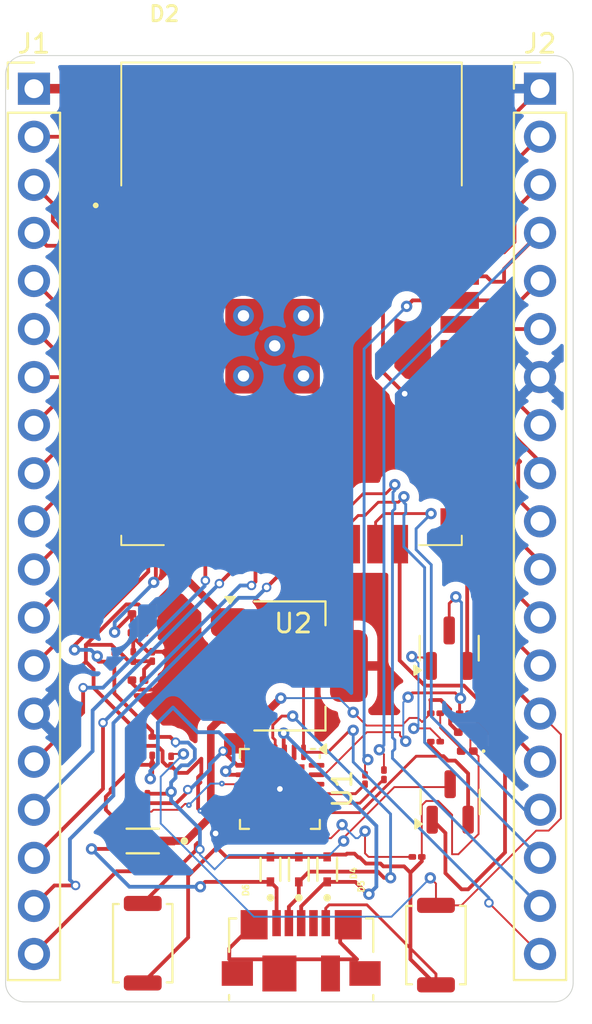
<source format=kicad_pcb>
(kicad_pcb (version 20241229) (generator "pcbnew") (generator_version "9.0")
  (layers (0 "F.Cu" signal) (2 "B.Cu" signal) (13 "F.Paste" user) (15 "B.Paste" user) (5 "F.SilkS" user "F.Silkscreen") (7 "B.SilkS" user "B.Silkscreen") (1 "F.Mask" user) (3 "B.Mask" user) (25 "Edge.Cuts" user))
  (net 0 "")
  (net 1 "/IO0")
  (net 2 "/IO34")
  (net 3 "/SENSOR_VN")
  (net 4 "/IO13")
  (net 5 "/IO15")
  (net 6 "GND")
  (net 7 "/IO19")
  (net 8 "/SD3")
  (net 9 "/IO17")
  (net 10 "/CLK")
  (net 11 "/IO18")
  (net 12 "/IO14")
  (net 13 "/IO26")
  (net 14 "/CMD")
  (net 15 "/SENSOR_VP")
  (net 16 "/IO22")
  (net 17 "/IO4")
  (net 18 "/IO35")
  (net 19 "/RXD0")
  (net 20 "/SD1")
  (net 21 "/TXD0")
  (net 22 "/IO5")
  (net 23 "/EN")
  (net 24 "/IO23")
  (net 25 "/IO27")
  (net 26 "/IO32")
  (net 27 "/SD2")
  (net 28 "/IO2")
  (net 29 "/IO12")
  (net 30 "/IO25")
  (net 31 "/IO16")
  (net 33 "/IO33")
  (net 34 "/IO21")
  (net 35 "/SDO")
  (net 36 "/VBUS")
  (net 37 "/USB_DP")
  (net 38 "/USB_DN")
  (net 39 "/RTS")
  (net 40 "Net-(Q1-B)")
  (net 41 "/DTR")
  (net 42 "Net-(Q2-B)")
  (net 45 "/RXD")
  (net 46 "/DCD")
  (net 49 "/CTS")
  (net 50 "/DSR")
  (net 51 "/TXD")
  (net 53 "Net-(U1-~{RST})")
  (net 57 "Net-(U1-~{SUSPEND})")
  (net 58 "/EXT_5V")
  (net 59 "/VDD33")
  (net 60 "Net-(D1-A)")
  (footprint "Capacitor_SMD:C_01005_0402Metric" (layer "F.Cu") (at 35 64.9625 90)
    (property "Reference" "C9" (hide yes))
    (property "Value" "0.1uF" (hide yes))
  )
  (footprint "Resistor_SMD:R_01005_0402Metric" (layer "F.Cu") (at 49.25 71.1875 -90)
    (property "Reference" "R17" (hide yes))
    (property "Value" "0R(5%)" (hide yes))
  )
  (footprint "Resistor_SMD:R_01005_0402Metric" (layer "F.Cu") (at 51.975 69.4375)
    (property "Reference" "R22" (hide yes))
    (property "Value" "10K(5%)" (hide yes))
  )
  (footprint "Capacitor_SMD:C_01005_0402Metric" (layer "F.Cu") (at 36 64.9375 -90)
    (property "Reference" "C4" (hide yes))
    (property "Value" "0.1uF" (hide yes))
  )
  (footprint "LESD5D5.0CT1G:TVS_LESD5D5.0CT1G" (layer "F.Cu") (at 46.25 76.1875 90)
    (property "Reference" "D4")
    (property "Value" "LESD5D5.0CT1G" (hide yes))
  )
  (footprint "Package_TO_SOT_SMD:SOT-23" (layer "F.Cu") (at 52.75 72.625 90)
    (property "Reference" "Q1" (hide yes))
    (property "Value" "SS8050" (hide yes))
  )
  (footprint "Resistor_SMD:R_01005_0402Metric" (layer "F.Cu") (at 36.1 70.4125 -90)
    (property "Reference" "R26" (hide yes))
    (property "Value" "47.5K(1%)" (hide yes))
  )
  (footprint "Resistor_SMD:R_01005_0402Metric" (layer "F.Cu") (at 53.5 67.9375)
    (property "Reference" "R21" (hide yes))
    (property "Value" "10K(5%)" (hide yes))
  )
  (footprint "Resistor_SMD:R_01005_0402Metric" (layer "F.Cu") (at 36.75 72.4375 90)
    (property "Reference" "R11" (hide yes))
    (property "Value" "10K" (hide yes))
  )
  (footprint "Resistor_SMD:R_01005_0402Metric" (layer "F.Cu") (at 51 75.5275)
    (property "Reference" "R23" (hide yes))
    (property "Value" "10K(5%)" (hide yes))
  )
  (footprint "Button_Switch_SMD:SW_Push_SPST_NO_Alps_SKRK" (layer "F.Cu") (at 36.5 80.0875 90)
    (property "Reference" "SW2" (hide yes))
    (property "Value" "SW_Push" (hide yes))
  )
  (footprint "Connector_PinHeader_2.54mm:PinHeader_1x19_P2.54mm_Vertical" (layer "F.Cu") (at 57.5 34.935)
    (property "Reference" "J2")
    (property "Value" "~")
  )
  (footprint "Package_DFN_QFN:QFN-24-1EP_4x4mm_P0.5mm_EP2.6x2.6mm" (layer "F.Cu") (at 43.75 71.9375 -90)
    (property "Reference" "U1")
    (property "Value" "CP2102N-Axx-xQFN24" (hide yes))
  )
  (footprint "Capacitor_SMD:C_01005_0402Metric" (layer "F.Cu") (at 37 64.9375 -90)
    (property "Reference" "C19" (hide yes))
    (property "Value" "0.1uF" (hide yes))
  )
  (footprint "Capacitor_SMD:C_0201_0603Metric" (layer "F.Cu") (at 36.25 62.6875)
    (property "Reference" "C21" (hide yes))
    (property "Value" "22uF" (hide yes))
  )
  (footprint "Resistor_SMD:R_01005_0402Metric" (layer "F.Cu") (at 37 70.4125 -90)
    (property "Reference" "R25" (hide yes))
    (property "Value" "22K(1%)" (hide yes))
  )
  (footprint "ESP-WROOM-32D:ESPWROOM32D" (layer "F.Cu") (at 44.365 46.3025)
    (property "Reference" "D2")
    (property "Value" "ESP-WROOM-32D" (hide yes))
  )
  (footprint "Button_Switch_SMD:SW_Push_SPST_NO_Alps_SKRK" (layer "F.Cu") (at 52 80.1875 90)
    (property "Reference" "SW1" (hide yes))
    (property "Value" "SW_Push" (hide yes))
  )
  (footprint "Resistor_SMD:R_01005_0402Metric" (layer "F.Cu") (at 48.25 71.4375 -90)
    (property "Reference" "R18" (hide yes))
    (property "Value" "0R(5%)" (hide yes))
  )
  (footprint "Capacitor_SMD:C_0201_0603Metric" (layer "F.Cu") (at 36.25 66.1875)
    (property "Reference" "C20" (hide yes))
    (property "Value" "10uF" (hide yes))
  )
  (footprint "Connector_USB:USB_Micro-B_Molex_47346-0001" (layer "F.Cu") (at 44.875 80.4875)
    (property "Reference" "J3" (hide yes))
    (property "Value" "2013499-1" (hide yes))
  )
  (footprint "Capacitor_SMD:C_0201_0603Metric" (layer "F.Cu") (at 53.5 68.9375)
    (property "Reference" "C1" (hide yes))
    (property "Value" "20uf" (hide yes))
  )
  (footprint "LESD5D5.0CT1G:TVS_LESD5D5.0CT1G" (layer "F.Cu") (at 43.25 76.1875 90)
    (property "Reference" "D6")
    (property "Value" "LESD5D5.0CT1G" (hide yes))
  )
  (footprint "Package_TO_SOT_SMD:SOT-223-3_TabPin2" (layer "F.Cu") (at 44.25 65.4375)
    (property "Reference" "U2")
    (property "Value" "AMS1117-3.3" (hide yes))
  )
  (footprint "Diode_SMD:D_0201_0603Metric" (layer "F.Cu") (at 53.655 69.9375 180)
    (property "Reference" "D1" (hide yes))
    (property "Value" "RED" (hide yes))
  )
  (footprint "Capacitor_SMD:C_0201_0603Metric" (layer "F.Cu") (at 36.25 63.6875)
    (property "Reference" "C" (hide yes))
    (property "Value" "22uF" (hide yes))
  )
  (footprint "Capacitor_SMD:C_01005_0402Metric" (layer "F.Cu") (at 38 70.4625 90)
    (property "Reference" "C15" (hide yes))
    (property "Value" "0.1uF" (hide yes))
  )
  (footprint "Resistor_SMD:R_01005_0402Metric" (layer "F.Cu") (at 51.975 67.9375)
    (property "Reference" "R1" (hide yes))
    (property "Value" "2K(5%)" (hide yes))
  )
  (footprint "Connector_PinHeader_2.54mm:PinHeader_1x19_P2.54mm_Vertical" (layer "F.Cu") (at 30.75 34.9375)
    (property "Reference" "J1")
    (property "Value" "~")
  )
  (footprint "Resistor_SMD:R_01005_0402Metric" (layer "F.Cu") (at 36.025 72.4375 90)
    (property "Reference" "R24" (hide yes))
    (property "Value" "2K(5%)" (hide yes))
  )
  (footprint "BAT760-7:SOD2513X120N" (layer "F.Cu") (at 36.5 74.6875 180)
    (property "Reference" "D3" (hide yes))
    (property "Value" "BAT760-7" (hide yes))
  )
  (footprint "Capacitor_SMD:C_01005_0402Metric" (layer "F.Cu") (at 36.75 69.1875)
    (property "Reference" "C14" (hide yes))
    (property "Value" "0.1uF" (hide yes))
  )
  (footprint "Package_TO_SOT_SMD:SOT-23" (layer "F.Cu") (at 52.7 64.5 90)
    (property "Reference" "Q2" (hide yes))
    (property "Value" "SS8050" (hide yes))
  )
  (footprint "LESD5D5.0CT1G:TVS_LESD5D5.0CT1G" (layer "F.Cu") (at 44.75 76.1875 90)
    (property "Reference" "D5")
    (property "Value" "LESD5D5.0CT1G" (hide yes))
  )
  (gr_line (start 58.25 33.1875) (end 30.25 33.1875) (stroke (width 0.05)) (layer "Edge.Cuts"))
  (gr_arc (start 30.25 83.1875) (mid 29.542893 82.894607) (end 29.25 82.1875) (stroke (width 0.05)) (layer "Edge.Cuts"))
  (gr_line (start 59.25 82.1875) (end 59.25 34.1875) (stroke (width 0.05)) (layer "Edge.Cuts"))
  (gr_arc (start 58.25 33.1875) (mid 58.957107 33.480393) (end 59.25 34.1875) (stroke (width 0.05)) (layer "Edge.Cuts"))
  (gr_line (start 30.25 83.1875) (end 58.25 83.1875) (stroke (width 0.05)) (layer "Edge.Cuts"))
  (gr_arc (start 59.25 82.1875) (mid 58.957107 82.894607) (end 58.25 83.1875) (stroke (width 0.05)) (layer "Edge.Cuts"))
  (gr_line (start 29.25 34.1875) (end 29.25 82.1875) (stroke (width 0.05)) (layer "Edge.Cuts"))
  (gr_arc (start 29.25 34.1875) (mid 29.542893 33.480393) (end 30.25 33.1875) (stroke (width 0.05)) (layer "Edge.Cuts"))
  (segment (start 46.9375 79.5375) (end 46.9375 80.05) (width 0.2) (layer "F.Cu") (net 0))
  (segment (start 42.3875 79.05) (end 42.3875 78.7875) (width 0.2) (layer "F.Cu") (net 0))
  (segment (start 47.3625 79.1125) (end 46.9375 79.5375) (width 0.2) (layer "F.Cu") (net 0))
  (segment (start 47.825 80.9375) (end 41.075 80.9375) (width 0.2) (layer "F.Cu") (net 0))
  (segment (start 41.075 80.3625) (end 42.3875 79.05) (width 0.2) (layer "F.Cu") (net 0))
  (segment (start 46.9375 80.05) (end 47.825 80.9375) (width 0.2) (layer "F.Cu") (net 0))
  (segment (start 41.075 80.9375) (end 41.075 80.3625) (width 0.2) (layer "F.Cu") (net 0))
  (segment (start 57.95605 74.1385) (end 58.601 73.49355) (width 0.1) (layer "F.Cu") (net 1))
  (segment (start 57.5 67.9575) (end 54.98 65.4375) (width 0.2) (layer "F.Cu") (net 1))
  (segment (start 51.7 76.6375) (end 52 76.9375) (width 0.1) (layer "F.Cu") (net 1))
  (segment (start 38.125 70.0875) (end 38 70.2125) (width 0.1) (layer "F.Cu") (net 1))
  (segment (start 58.601 73.49355) (end 58.601 69.0585) (width 0.1) (layer "F.Cu") (net 1))
  (segment (start 53.65 57.9475) (end 53.255 57.5525) (width 0.2) (layer "F.Cu") (net 1))
  (segment (start 52 78.0875) (end 53.35 78.0875) (width 0.1) (layer "F.Cu") (net 1))
  (segment (start 57.299 74.1385) (end 57.95605 74.1385) (width 0.1) (layer "F.Cu") (net 1))
  (segment (start 53.35 78.0875) (end 57.299 74.1385) (width 0.1) (layer "F.Cu") (net 1))
  (segment (start 58.601 69.0585) (end 57.5 67.9575) (width 0.1) (layer "F.Cu") (net 1))
  (segment (start 53.65 65.4375) (end 53.65 57.9475) (width 0.2) (layer "F.Cu") (net 1))
  (segment (start 54.98 65.4375) (end 53.65 65.4375) (width 0.2) (layer "F.Cu") (net 1))
  (segment (start 38.651472 70.0875) (end 38.125 70.0875) (width 0.1) (layer "F.Cu") (net 1))
  (segment (start 52 76.9375) (end 52 78.0875) (width 0.1) (layer "F.Cu") (net 1))
  (via (at 51.7 76.6375) (size 0.6) (drill 0.3) (layers "F.Cu" "B.Cu") (net 1))
  (via (at 38.651472 70.0875) (size 0.6) (drill 0.3) (layers "F.Cu" "B.Cu") (net 1))
  (segment (start 37.449 71.289972) (end 38.651472 70.0875) (width 0.1) (layer "B.Cu") (net 1))
  (segment (start 51.7 76.6375) (end 49.65 78.6875) (width 0.1) (layer "B.Cu") (net 1))
  (segment (start 49.65 78.6875) (end 42.374322 78.6875) (width 0.1) (layer "B.Cu") (net 1))
  (segment (start 42.374322 78.6875) (end 37.449 73.762178) (width 0.1) (layer "B.Cu") (net 1))
  (segment (start 37.449 73.762178) (end 37.449 71.289972) (width 0.1) (layer "B.Cu") (net 1))
  (segment (start 30.75 45.0975) (end 33.045 47.3925) (width 0.2) (layer "F.Cu") (net 2))
  (segment (start 33.045 47.3925) (end 35.475 47.3925) (width 0.2) (layer "F.Cu") (net 2))
  (segment (start 34.1252 45.9887) (end 34.259 46.1225) (width 0.2) (layer "F.Cu") (net 3))
  (segment (start 32.5004 43.2375) (end 34.1252 44.8623) (width 0.2) (layer "F.Cu") (net 3))
  (segment (start 34.259 46.1225) (end 35.475 46.1225) (width 0.2) (layer "F.Cu") (net 3))
  (segment (start 31.43 43.2375) (end 32.5004 43.2375) (width 0.2) (layer "F.Cu") (net 3))
  (segment (start 30.75 42.5575) (end 31.43 43.2375) (width 0.2) (layer "F.Cu") (net 3))
  (segment (start 34.1252 44.8623) (end 34.1252 45.9887) (width 0.2) (layer "F.Cu") (net 3))
  (segment (start 39.80962 59.11288) (end 39.92 59.0025) (width 0.2) (layer "F.Cu") (net 4))
  (segment (start 39.80962 60.92788) (end 39.80962 59.11288) (width 0.2) (layer "F.Cu") (net 4))
  (segment (start 30.75 70.4975) (end 33.35 67.8975) (width 0.2) (layer "F.Cu") (net 4))
  (segment (start 33.35 67.8975) (end 33.35 66.5875) (width 0.2) (layer "F.Cu") (net 4))
  (via (at 33.35 66.5875) (size 0.5) (drill 0.3) (layers "F.Cu" "B.Cu") (net 4))
  (via (at 39.80962 60.92788) (size 0.5) (drill 0.3) (layers "F.Cu" "B.Cu") (net 4))
  (segment (start 33.35 66.5875) (end 34.4 66.5875) (width 0.2) (layer "B.Cu") (net 4))
  (segment (start 39.76924 60.8875) (end 39.80962 60.92788) (width 0.2) (layer "B.Cu") (net 4))
  (segment (start 39.76924 61.21826) (end 39.76924 60.8875) (width 0.2) (layer "B.Cu") (net 4))
  (segment (start 34.4 66.5875) (end 39.76924 61.21826) (width 0.2) (layer "B.Cu") (net 4))
  (segment (start 48.81 57.8365) (end 49.259 57.3875) (width 0.15) (layer "F.Cu") (net 5))
  (segment (start 48.81 59.0025) (end 48.81 57.8365) (width 0.15) (layer "F.Cu") (net 5))
  (segment (start 49.259 57.3875) (end 51.738998 57.3875) (width 0.15) (layer "F.Cu") (net 5))
  (via (at 51.738998 57.3875) (size 0.6) (drill 0.3) (layers "F.Cu" "B.Cu") (net 5))
  (segment (start 57.5 73.0375) (end 56.6775 73.0375) (width 0.15) (layer "B.Cu") (net 5))
  (segment (start 50.95 58.1885) (end 51.751 57.3875) (width 0.15) (layer "B.Cu") (net 5))
  (segment (start 51.751 68.111) (end 51.751 60.092111) (width 0.15) (layer "B.Cu") (net 5))
  (segment (start 51.751 60.092111) (end 50.95 59.291112) (width 0.15) (layer "B.Cu") (net 5))
  (segment (start 56.6775 73.0375) (end 51.751 68.111) (width 0.15) (layer "B.Cu") (net 5))
  (segment (start 50.95 59.291112) (end 50.95 58.1885) (width 0.15) (layer "B.Cu") (net 5))
  (segment (start 43.25 75.5275) (end 44.75 75.5275) (width 0.2) (layer "F.Cu") (net 6))
  (segment (start 39.427019 71.464519) (end 39.427019 71.314519) (width 0.2) (layer "F.Cu") (net 6))
  (segment (start 33.901 66.5885) (end 33.901 65.6185) (width 0.2) (layer "F.Cu") (net 6))
  (segment (start 49.2 49.91) (end 49.2 43.3375) (width 0.2) (layer "F.Cu") (net 6))
  (segment (start 37 65.1875) (end 36 65.1875) (width 0.2) (layer "F.Cu") (net 6))
  (segment (start 47.971112 75.555) (end 48.294612 75.8785) (width 0.2) (layer "F.Cu") (net 6))
  (segment (start 49.0685 75.8785) (end 49.2185 76.0285) (width 0.2) (layer "F.Cu") (net 6))
  (segment (start 44.5 71.1875) (end 44.5 70) (width 0.1) (layer "F.Cu") (net 6))
  (segment (start 53.975 69.9375) (end 54.251 70.2135) (width 0.1) (layer "F.Cu") (net 6))
  (segment (start 52 82.2875) (end 50.65 80.9375) (width 0.2) (layer "F.Cu") (net 6))
  (segment (start 47.895 75.555) (end 47.971112 75.555) (width 0.2) (layer "F.Cu") (net 6))
  (segment (start 53.183756 75.3875) (end 52.851 75.3875) (width 0.1) (layer "F.Cu") (net 6))
  (segment (start 52.851 73.304744) (end 52.120256 72.574) (width 0.1) (layer "F.Cu") (net 6))
  (segment (start 36.57 62.6875) (end 36.57 62.487501) (width 0.2) (layer "F.Cu") (net 6))
  (segment (start 49.2185 76.0285) (end 50.317176 76.0285) (width 0.2) (layer "F.Cu") (net 6))
  (segment (start 38.9 76.5375) (end 40.41 75.0275) (width 0.2) (layer "F.Cu") (net 6))
  (segment (start 53.255 39.1825) (end 53.255 41.0425) (width 0.2) (layer "F.Cu") (net 6))
  (segment (start 52.120256 72.574) (end 51.479744 72.574) (width 0.1) (layer "F.Cu") (net 6))
  (segment (start 52.851 75.3875) (end 52.851 73.304744) (width 0.1) (layer "F.Cu") (net 6))
  (segment (start 53.82 69.7825) (end 53.975 69.9375) (width 0.1) (layer "F.Cu") (net 6))
  (segment (start 38.9 79.7875) (end 38.9 76.5375) (width 0.2) (layer "F.Cu") (net 6))
  (segment (start 38.57 60.6875) (end 38.65 60.6875) (width 0.2) (layer "F.Cu") (net 6))
  (segment (start 36.601 69.6615) (end 37.274 69.6615) (width 0.2) (layer "F.Cu") (net 6))
  (segment (start 57.5 34.9375) (end 53.255 39.1825) (width 0.2) (layer "F.Cu") (net 6))
  (segment (start 51.25 72.803744) (end 51.25 75.5275) (width 0.1) (layer "F.Cu") (net 6))
  (segment (start 35.63113 62.1865) (end 33.495 64.32263) (width 0.2) (layer "F.Cu") (net 6))
  (segment (start 50.65 80.9375) (end 50.65 76.361324) (width 0.2) (layer "F.Cu") (net 6))
  (segment (start 36.1 69.5875) (end 36.5 69.1875) (width 0.2) (layer "F.Cu") (net 6))
  (segment (start 54.251 70.2135) (end 54.251 74.320256) (width 0.1) (layer "F.Cu") (net 6))
  (segment (start 49.2 43.3375) (end 51.495 41.0425) (width 0.2) (layer "F.Cu") (net 6))
  (segment (start 38.65 60.6875) (end 38.65 59.0025) (width 0.4) (layer "F.Cu") (net 6))
  (segment (start 50.973824 76.0375) (end 51.25 75.761324) (width 0.2) (layer "F.Cu") (net 6))
  (segment (start 39.7 43.3375) (end 49.2 43.3375) (width 0.2) (layer "F.Cu") (net 6))
  (segment (start 35 64.7125) (end 35.291176 64.7125) (width 0.2) (layer "F.Cu") (net 6))
  (segment (start 39.598 70.3395) (end 38.85 71.0875) (width 0.2) (layer "F.Cu") (net 6))
  (segment (start 36.268999 62.1865) (end 35.63113 62.1865) (width 0.2) (layer "F.Cu") (net 6))
  (segment (start 54.251 74.320256) (end 53.183756 75.3875) (width 0.1) (layer "F.Cu") (net 6))
  (segment (start 50.345 51.055) (end 49.2 49.91) (width 0.2) (layer "F.Cu") (net 6))
  (segment (start 35.766176 65.1875) (end 36 65.1875) (width 0.2) (layer "F.Cu") (net 6))
  (segment (start 48.294612 75.8785) (end 49.0685 75.8785) (width 0.2) (layer "F.Cu") (net 6))
  (segment (start 36.57 65.6175) (end 37 65.1875) (width 0.2) (layer "F.Cu") (net 6))
  (segment (start 30.75 67.9575) (end 33.495 65.2125) (width 0.2) (layer "F.Cu") (net 6))
  (segment (start 50.317176 76.0285) (end 50.65 76.361324) (width 0.2) (layer "F.Cu") (net 6))
  (segment (start 39.598 71.143538) (end 39.598 70.3395) (width 0.2) (layer "F.Cu") (net 6))
  (segment (start 39.427019 71.314519) (end 39.598 71.143538) (width 0.2) (layer "F.Cu") (net 6))
  (segment (start 37.274 69.6615) (end 37.549 69.9365) (width 0.2) (layer "F.Cu") (net 6))
  (segment (start 33.495 64.32263) (end 33.495 65.2125) (width 0.2) (layer "F.Cu") (net 6))
  (segment (start 41.1 63.1375) (end 38.65 60.6875) (width 0.4) (layer "F.Cu") (net 6))
  (segment (start 36.5 82.1875) (end 38.9 79.7875) (width 0.2) (layer "F.Cu") (net 6))
  (segment (start 51.479744 72.574) (end 51.25 72.803744) (width 0.1) (layer "F.Cu") (net 6))
  (segment (start 36.1 70.1625) (end 36.601 69.6615) (width 0.2) (layer "F.Cu") (net 6))
  (segment (start 38.85 71.0875) (end 38.375 71.0875) (width 0.2) (layer "F.Cu") (net 6))
  (segment (start 37.766176 70.7125) (end 38 70.7125) (width 0.2) (layer "F.Cu") (net 6))
  (segment (start 44.75 75.5275) (end 46.25 75.5275) (width 0.2) (layer "F.Cu") (net 6))
  (segment (start 40.91 75.5275) (end 43.25 75.5275) (width 0.2) (layer "F.Cu") (net 6))
  (segment (start 36.57 62.6875) (end 38.57 60.6875) (width 0.2) (layer "F.Cu") (net 6))
  (segment (start 37.549 69.9365) (end 37.549 70.495324) (width 0.2) (layer "F.Cu") (net 6))
  (segment (start 51.495 41.0425) (end 53.255 41.0425) (width 0.2) (layer "F.Cu") (net 6))
  (segment (start 46.3725 75.405) (end 47.245 75.405) (width 0.2) (layer "F.Cu") (net 6))
  (segment (start 47.295 75.355) (end 47.695 75.355) (width 0.2) (layer "F.Cu") (net 6))
  (segment (start 46.351 78.0615) (end 48.351 78.0615) (width 0.15) (layer "F.Cu") (net 6))
  (segment (start 38.375 71.0875) (end 38 70.7125) (width 0.2) (layer "F.Cu") (net 6))
  (segment (start 40.41 75.0275) (end 40.41 74.3475) (width 0.2) (layer "F.Cu") (net 6))
  (segment (start 33.901 65.6185) (end 33.495 65.2125) (width 0.2) (layer "F.Cu") (net 6))
  (segment (start 36.1 70.1625) (end 36.1 69.5875) (width 0.2) (layer "F.Cu") (net 6))
  (segment (start 50.65 76.361324) (end 50.973824 76.0375) (width 0.2) (layer "F.Cu") (net 6))
  (segment (start 36.57 62.487501) (end 36.268999 62.1865) (width 0.2) (layer "F.Cu") (net 6))
  (segment (start 53.82 68.9375) (end 53.82 69.7825) (width 0.1) (layer "F.Cu") (net 6))
  (segment (start 52 81.7105) (end 52 82.2875) (width 0.15) (layer "F.Cu") (net 6))
  (segment (start 33.495 64.32263) (end 34.843954 64.32263) (width 0.2) (layer "F.Cu") (net 6))
  (segment (start 46.175 78.2375) (end 46.351 78.0615) (width 0.15) (layer "F.Cu") (net 6))
  (segment (start 43.75 71.9375) (end 44.5 71.1875) (width 0.1) (layer "F.Cu") (net 6))
  (segment (start 51.25 75.761324) (end 51.25 75.5275) (width 0.2) (layer "F.Cu") (net 6))
  (segment (start 35.475 41.0425) (end 37.405 41.0425) (width 0.2) (layer "F.Cu") (net 6))
  (segment (start 37.549 70.495324) (end 37.766176 70.7125) (width 0.2) (layer "F.Cu") (net 6))
  (segment (start 47.695 75.355) (end 47.895 75.555) (width 0.2) (layer "F.Cu") (net 6))
  (segment (start 39.427019 72.972662) (end 39.427019 71.710481) (width 0.2) (layer "F.Cu") (net 6))
  (segment (start 34.843954 64.32263) (end 35 64.478676) (width 0.2) (layer "F.Cu") (net 6))
  (segment (start 48.351 78.0615) (end 52 81.7105) (width 0.15) (layer "F.Cu") (net 6))
  (segment (start 40.41 74.3475) (end 40.35 74.2875) (width 0.2) (layer "F.Cu") (net 6))
  (segment (start 40.41 75.0275) (end 40.91 75.5275) (width 0.2) (layer "F.Cu") (net 6))
  (segment (start 36.5 69.1875) (end 33.901 66.5885) (width 0.2) (layer "F.Cu") (net 6))
  (segment (start 39.55 71.5875) (end 39.427019 71.464519) (width 0.2) (layer "F.Cu") (net 6))
  (segment (start 36.57 66.1875) (end 36.57 65.6175) (width 0.2) (layer "F.Cu") (net 6))
  (segment (start 46.175 79.0275) (end 46.175 78.2375) (width 0.15) (layer "F.Cu") (net 6))
  (segment (start 35 64.478676) (end 35 64.7125) (width 0.2) (layer "F.Cu") (net 6))
  (segment (start 36.57 63.6875) (end 36.57 62.6875) (width 0.2) (layer "F.Cu") (net 6))
  (segment (start 47.245 75.405) (end 47.295 75.355) (width 0.2) (layer "F.Cu") (net 6))
  (segment (start 37.405 41.0425) (end 39.7 43.3375) (width 0.2) (layer "F.Cu") (net 6))
  (segment (start 35.291176 64.7125) (end 35.766176 65.1875) (width 0.2) (layer "F.Cu") (net 6))
  (segment (start 39.548 73.093643) (end 39.427019 72.972662) (width 0.2) (layer "F.Cu") (net 6))
  (segment (start 46.25 75.5275) (end 46.3725 75.405) (width 0.2) (layer "F.Cu") (net 6))
  (segment (start 39.427019 71.710481) (end 39.55 71.5875) (width 0.2) (layer "F.Cu") (net 6))
  (via (at 40.35 74.2875) (size 0.6) (drill 0.3) (layers "F.Cu" "B.Cu") (net 6))
  (via micro (at 39.548 73.093643) (size 0.3) (drill 0.1) (layers "F.Cu" "B.Cu") (net 6))
  (via (at 50.345 51.055) (size 0.6) (drill 0.3) (layers "F.Cu" "B.Cu") (net 6))
  (via (at 43.75 71.9375) (size 0.6) (drill 0.3) (layers "F.Cu" "B.Cu") (net 6))
  (segment (start 55.57 52.105) (end 51.395 52.105) (width 0.2) (layer "B.Cu") (net 6))
  (segment (start 51.395 52.105) (end 50.345 51.055) (width 0.2) (layer "B.Cu") (net 6))
  (segment (start 41.4 74.2875) (end 43.75 71.9375) (width 0.2) (layer "B.Cu") (net 6))
  (segment (start 40.35 74.2875) (end 41.4 74.2875) (width 0.2) (layer "B.Cu") (net 6))
  (segment (start 40.35 73.599786) (end 40.35 74.2875) (width 0.2) (layer "B.Cu") (net 6))
  (segment (start 57.5 50.175) (end 55.57 52.105) (width 0.2) (layer "B.Cu") (net 6))
  (segment (start 39.843857 73.093643) (end 40.35 73.599786) (width 0.2) (layer "B.Cu") (net 6))
  (segment (start 39.548 73.093643) (end 39.843857 73.093643) (width 0.2) (layer "B.Cu") (net 6))
  (segment (start 57.5 52.7175) (end 54.715 49.9325) (width 0.2) (layer "F.Cu") (net 7))
  (segment (start 54.715 49.9325) (end 53.255 49.9325) (width 0.2) (layer "F.Cu") (net 7))
  (segment (start 42.25 61.1875) (end 42.46 60.9775) (width 0.2) (layer "F.Cu") (net 8))
  (segment (start 42.46 60.9775) (end 42.46 59.0025) (width 0.2) (layer "F.Cu") (net 8))
  (segment (start 30.75 75.5775) (end 34.4 71.9275) (width 0.2) (layer "F.Cu") (net 8))
  (segment (start 34.4 71.9275) (end 34.4 68.4375) (width 0.2) (layer "F.Cu") (net 8))
  (via (at 34.4 68.4375) (size 0.5) (drill 0.3) (layers "F.Cu" "B.Cu") (net 8))
  (via (at 42.25 61.1875) (size 0.5) (drill 0.3) (layers "F.Cu" "B.Cu") (net 8))
  (segment (start 34.4 68.4375) (end 41.65 61.1875) (width 0.2) (layer "B.Cu") (net 8))
  (segment (start 41.65 61.1875) (end 42.25 61.1875) (width 0.2) (layer "B.Cu") (net 8))
  (segment (start 57.5 60.3375) (end 57.5 59.9375) (width 0.2) (layer "F.Cu") (net 9))
  (segment (start 55.948 58.3855) (end 55.948 54.7875) (width 0.2) (layer "F.Cu") (net 9))
  (segment (start 54.903 53.7425) (end 53.255 53.7425) (width 0.2) (layer "F.Cu") (net 9))
  (segment (start 57.5 59.9375) (end 55.948 58.3855) (width 0.2) (layer "F.Cu") (net 9))
  (segment (start 55.948 54.7875) (end 54.903 53.7425) (width 0.2) (layer "F.Cu") (net 9))
  (segment (start 46.2875 70) (end 45 70) (width 0.15) (layer "F.Cu") (net 10))
  (segment (start 47.625 68.8375) (end 47.45 68.8375) (width 0.15) (layer "F.Cu") (net 10))
  (segment (start 45 70) (end 45 59.0025) (width 0.15) (layer "F.Cu") (net 10))
  (segment (start 54.8 77.8875) (end 54.8 77.9575) (width 0.1) (layer "F.Cu") (net 10))
  (segment (start 54.83 77.9575) (end 54.85 77.9375) (width 0.1) (layer "F.Cu") (net 10))
  (segment (start 54.8 77.9575) (end 54.83 77.9575) (width 0.1) (layer "F.Cu") (net 10))
  (segment (start 57.5 80.6575) (end 54.8 77.9575) (width 0.1) (layer "F.Cu") (net 10))
  (segment (start 47.45 68.8375) (end 46.2875 70) (width 0.15) (layer "F.Cu") (net 10))
  (via (at 54.8 77.9575) (size 0.5) (drill 0.3) (layers "F.Cu" "B.Cu") (net 10))
  (via (at 47.625 68.8375) (size 0.6) (drill 0.3) (layers "F.Cu" "B.Cu") (net 10))
  (segment (start 54.8 77.6875) (end 54.8 77.9575) (width 0.15) (layer "B.Cu") (net 10))
  (segment (start 47.625 68.8375) (end 47.625 70.5125) (width 0.15) (layer "B.Cu") (net 10))
  (segment (start 47.625 70.5125) (end 54.8 77.6875) (width 0.15) (layer "B.Cu") (net 10))
  (segment (start 57.5 54.655) (end 54.0475 51.2025) (width 0.2) (layer "F.Cu") (net 11))
  (segment (start 54.0475 51.2025) (end 53.255 51.2025) (width 0.2) (layer "F.Cu") (net 11))
  (segment (start 57.5 55.2575) (end 57.5 54.655) (width 0.2) (layer "F.Cu") (net 11))
  (segment (start 34.259 56.2825) (end 35.475 56.2825) (width 0.2) (layer "F.Cu") (net 12))
  (segment (start 30.75 62.8775) (end 33.65 59.9775) (width 0.2) (layer "F.Cu") (net 12))
  (segment (start 33.65 56.8915) (end 34.259 56.2825) (width 0.2) (layer "F.Cu") (net 12))
  (segment (start 33.65 59.9775) (end 33.65 56.8915) (width 0.2) (layer "F.Cu") (net 12))
  (segment (start 33.345 53.7425) (end 35.475 53.7425) (width 0.2) (layer "F.Cu") (net 13))
  (segment (start 30.75 57.7975) (end 32.8 55.7475) (width 0.2) (layer "F.Cu") (net 13))
  (segment (start 32.8 55.7475) (end 32.8 54.2875) (width 0.2) (layer "F.Cu") (net 13))
  (segment (start 32.8 54.2875) (end 33.345 53.7425) (width 0.2) (layer "F.Cu") (net 13))
  (segment (start 43.73 60.6075) (end 43.05 61.2875) (width 0.2) (layer "F.Cu") (net 14))
  (segment (start 31.83 77.0375) (end 30.75 78.1175) (width 0.2) (layer "F.Cu") (net 14))
  (segment (start 43.73 59.0025) (end 43.73 60.6075) (width 0.2) (layer "F.Cu") (net 14))
  (segment (start 32.95 77.0375) (end 31.83 77.0375) (width 0.2) (layer "F.Cu") (net 14))
  (via (at 32.95 77.0375) (size 0.5) (drill 0.3) (layers "F.Cu" "B.Cu") (net 14))
  (via (at 43.05 61.2875) (size 0.5) (drill 0.3) (layers "F.Cu" "B.Cu") (net 14))
  (segment (start 34.951 68.4536) (end 34.951 68.5875) (width 0.2) (layer "B.Cu") (net 14))
  (segment (start 36.05855 67.34605) (end 34.951 68.4536) (width 0.2) (layer "B.Cu") (net 14))
  (segment (start 41.5671 61.8375) (end 36.05855 67.34605) (width 0.2) (layer "B.Cu") (net 14))
  (segment (start 43.05 61.2875) (end 42.5 61.8375) (width 0.2) (layer "B.Cu") (net 14))
  (segment (start 34.951 68.5875) (end 34.951 72.2865) (width 0.2) (layer "B.Cu") (net 14))
  (segment (start 32.65 74.5875) (end 32.65 76.7375) (width 0.2) (layer "B.Cu") (net 14))
  (segment (start 32.95 77.0375) (end 33.05 77.1375) (width 0.2) (layer "B.Cu") (net 14))
  (segment (start 32.65 76.7375) (end 32.95 77.0375) (width 0.2) (layer "B.Cu") (net 14))
  (segment (start 42.5 61.8375) (end 41.5671 61.8375) (width 0.2) (layer "B.Cu") (net 14))
  (segment (start 34.951 72.2865) (end 32.65 74.5875) (width 0.2) (layer "B.Cu") (net 14))
  (segment (start 31.75 41.0175) (end 31.75 41.92) (width 0.2) (layer "F.Cu") (net 15))
  (segment (start 30.75 40.0175) (end 31.75 41.0175) (width 0.2) (layer "F.Cu") (net 15))
  (segment (start 34.6825 44.8525) (end 35.475 44.8525) (width 0.2) (layer "F.Cu") (net 15))
  (segment (start 31.75 41.92) (end 34.6825 44.8525) (width 0.2) (layer "F.Cu") (net 15))
  (segment (start 57.5 40.0175) (end 56.15 41.3675) (width 0.2) (layer "F.Cu") (net 16))
  (segment (start 55.605 43.5825) (end 53.255 43.5825) (width 0.2) (layer "F.Cu") (net 16))
  (segment (start 56.15 41.3675) (end 56.15 43.0375) (width 0.2) (layer "F.Cu") (net 16))
  (segment (start 56.15 43.0375) (end 55.605 43.5825) (width 0.2) (layer "F.Cu") (net 16))
  (segment (start 54.395 56.2825) (end 53.255 56.2825) (width 0.2) (layer "F.Cu") (net 17))
  (segment (start 57.5 65.4175) (end 55.05 62.9675) (width 0.2) (layer "F.Cu") (net 17))
  (segment (start 55.05 62.9675) (end 55.05 56.9375) (width 0.2) (layer "F.Cu") (net 17))
  (segment (start 55.05 56.9375) (end 54.395 56.2825) (width 0.2) (layer "F.Cu") (net 17))
  (segment (start 30.75 47.6375) (end 31.775 48.6625) (width 0.2) (layer "F.Cu") (net 18))
  (segment (start 31.775 48.6625) (end 35.475 48.6625) (width 0.2) (layer "F.Cu") (net 18))
  (segment (start 48.399 70.3875) (end 48.25 70.5365) (width 0.1) (layer "F.Cu") (net 19))
  (segment (start 53.255 46.1225) (end 50.765 46.1225) (width 0.2) (layer "F.Cu") (net 19))
  (segment (start 56.475 46.1225) (end 53.255 46.1225) (width 0.2) (layer "F.Cu") (net 19))
  (segment (start 50.765 46.1225) (end 50.45 46.4375) (width 0.2) (layer "F.Cu") (net 19))
  (segment (start 57.5 45.0975) (end 56.475 46.1225) (width 0.2) (layer "F.Cu") (net 19))
  (segment (start 48.25 70.5365) (end 48.25 71.1875) (width 0.1) (layer "F.Cu") (net 19))
  (via (at 48.399 70.3875) (size 0.6) (drill 0.3) (layers "F.Cu" "B.Cu") (net 19))
  (via (at 50.45 46.4375) (size 0.6) (drill 0.3) (layers "F.Cu" "B.Cu") (net 19))
  (segment (start 48.399 70.3875) (end 48.2 70.1885) (width 0.15) (layer "B.Cu") (net 19))
  (segment (start 48.2 70.1885) (end 48.2 48.6875) (width 0.15) (layer "B.Cu") (net 19))
  (segment (start 48.2 48.6875) (end 50.45 46.4375) (width 0.15) (layer "B.Cu") (net 19))
  (segment (start 50.015 56.7875) (end 50.305002 56.497498) (width 0.15) (layer "F.Cu") (net 20))
  (segment (start 47.54 57.8365) (end 47.888 57.4885) (width 0.15) (layer "F.Cu") (net 20))
  (segment (start 47.54 59.0025) (end 47.54 57.8365) (width 0.15) (layer "F.Cu") (net 20))
  (segment (start 48.95 56.7875) (end 50.015 56.7875) (width 0.15) (layer "F.Cu") (net 20))
  (segment (start 48.249 57.4885) (end 48.95 56.7875) (width 0.15) (layer "F.Cu") (net 20))
  (segment (start 47.888 57.4885) (end 48.249 57.4885) (width 0.15) (layer "F.Cu") (net 20))
  (via (at 50.305002 56.497498) (size 0.6) (drill 0.3) (layers "F.Cu" "B.Cu") (net 20))
  (segment (start 50.305002 59.142502) (end 51.4 60.2375) (width 0.15) (layer "B.Cu") (net 20))
  (segment (start 50.305002 57.472086) (end 50.305002 59.142502) (width 0.15) (layer "B.Cu") (net 20))
  (segment (start 50.305002 56.497498) (end 50.305002 56.802914) (width 0.15) (layer "B.Cu") (net 20))
  (segment (start 51.4 69.4775) (end 57.5 75.5775) (width 0.15) (layer "B.Cu") (net 20))
  (segment (start 50.305002 56.802914) (end 50.401 56.898912) (width 0.15) (layer "B.Cu") (net 20))
  (segment (start 50.401 57.376088) (end 50.305002 57.472086) (width 0.15) (layer "B.Cu") (net 20))
  (segment (start 51.4 60.2375) (end 51.4 69.4775) (width 0.15) (layer "B.Cu") (net 20))
  (segment (start 50.401 56.898912) (end 50.401 57.376088) (width 0.15) (layer "B.Cu") (net 20))
  (segment (start 54.95 45.1375) (end 54.665 44.8525) (width 0.2) (layer "F.Cu") (net 21))
  (segment (start 49.25 70.11039) (end 49.25 70.9375) (width 0.1) (layer "F.Cu") (net 21))
  (segment (start 57.5 42.5575) (end 55.6 44.4575) (width 0.2) (layer "F.Cu") (net 21))
  (segment (start 49.005995 69.866385) (end 49.25 70.11039) (width 0.1) (layer "F.Cu") (net 21))
  (segment (start 55.6 44.4575) (end 55.6 45.1375) (width 0.2) (layer "F.Cu") (net 21))
  (segment (start 55.6 45.1375) (end 54.95 45.1375) (width 0.2) (layer "F.Cu") (net 21))
  (segment (start 54.665 44.8525) (end 53.255 44.8525) (width 0.2) (layer "F.Cu") (net 21))
  (via (at 49.005995 69.866385) (size 0.6) (drill 0.3) (layers "F.Cu" "B.Cu") (net 21))
  (segment (start 49.25 69.62238) (end 49.25 50.8075) (width 0.15) (layer "B.Cu") (net 21))
  (segment (start 49.005995 69.866385) (end 49.25 69.62238) (width 0.15) (layer "B.Cu") (net 21))
  (segment (start 49.25 50.8075) (end 57.5 42.5575) (width 0.15) (layer "B.Cu") (net 21))
  (segment (start 56.349 54.7385) (end 56.45 54.6375) (width 0.2) (layer "F.Cu") (net 22))
  (segment (start 56.45 54.6375) (end 54.285 52.4725) (width 0.2) (layer "F.Cu") (net 22))
  (segment (start 56.349 56.6465) (end 56.349 54.7385) (width 0.2) (layer "F.Cu") (net 22))
  (segment (start 57.5 57.7975) (end 56.349 56.6465) (width 0.2) (layer "F.Cu") (net 22))
  (segment (start 54.285 52.4725) (end 53.255 52.4725) (width 0.2) (layer "F.Cu") (net 22))
  (segment (start 33.91487 64.92263) (end 34.095 64.92263) (width 0.2) (layer "F.Cu") (net 23))
  (segment (start 37 69.1875) (end 37 68.8875) (width 0.2) (layer "F.Cu") (net 23))
  (segment (start 32.24 37.4775) (end 32.4 37.6375) (width 0.2) (layer "F.Cu") (net 23))
  (segment (start 49.799 71.8385) (end 52.599 71.8385) (width 0.1) (layer "F.Cu") (net 23))
  (segment (start 37 68.8875) (end 35 66.8875) (width 0.2) (layer "F.Cu") (net 23))
  (segment (start 32.9 64.35053) (end 32.9 64.5875) (width 0.2) (layer "F.Cu") (net 23))
  (segment (start 32.4 37.6375) (end 32.4 41.7235) (width 0.2) (layer "F.Cu") (net 23))
  (segment (start 47.2 74.4375) (end 49.799 71.8385) (width 0.1) (layer "F.Cu") (net 23))
  (segment (start 39.520335 74.907835) (end 39.4 74.7875) (width 0.2) (layer "F.Cu") (net 23))
  (segment (start 34.259 43.5825) (end 35.475 43.5825) (width 0.2) (layer "F.Cu") (net 23))
  (segment (start 33.9 64.9375) (end 33.91487 64.92263) (width 0.2) (layer "F.Cu") (net 23))
  (segment (start 30.75 37.4775) (end 32.24 37.4775) (width 0.2) (layer "F.Cu") (net 23))
  (segment (start 47.122325 74.687643) (end 47.2 74.609968) (width 0.1) (layer "F.Cu") (net 23))
  (segment (start 39.3 75.1875) (end 36.5 77.9875) (width 0.2) (layer "F.Cu") (net 23))
  (segment (start 35.475 43.5825) (end 36.2675 43.5825) (width 0.2) (layer "F.Cu") (net 23))
  (segment (start 38.234387 69.464167) (end 38.226667 69.464167) (width 0.2) (layer "F.Cu") (net 23))
  (segment (start 32.9 64.5875) (end 32.895 64.5875) (width 0.2) (layer "F.Cu") (net 23))
  (segment (start 34.175 65.2125) (end 33.9 64.9375) (width 0.2) (layer "F.Cu") (net 23))
  (segment (start 37.95 69.1875) (end 37 69.1875) (width 0.2) (layer "F.Cu") (net 23))
  (segment (start 32.4 41.7235) (end 34.259 43.5825) (width 0.2) (layer "F.Cu") (net 23))
  (segment (start 36.2675 43.5825) (end 36.792 44.107) (width 0.2) (layer "F.Cu") (net 23))
  (segment (start 36.75 72.1875) (end 37.9 72.1875) (width 0.2) (layer "F.Cu") (net 23))
  (segment (start 38.226667 69.464167) (end 37.95 69.1875) (width 0.2) (layer "F.Cu") (net 23))
  (segment (start 39.3 74.8875) (end 39.3 75.1875) (width 0.2) (layer "F.Cu") (net 23))
  (segment (start 39.4 74.7875) (end 39.3 74.8875) (width 0.2) (layer "F.Cu") (net 23))
  (segment (start 35 66.8875) (end 35 65.2125) (width 0.2) (layer "F.Cu") (net 23))
  (segment (start 36.792 44.107) (end 36.792 60.45853) (width 0.2) (layer "F.Cu") (net 23))
  (segment (start 52.599 71.8385) (end 52.75 71.6875) (width 0.1) (layer "F.Cu") (net 23))
  (segment (start 36.792 60.45853) (end 32.9 64.35053) (width 0.2) (layer "F.Cu") (net 23))
  (segment (start 37.9 72.1875) (end 38 72.0875) (width 0.2) (layer "F.Cu") (net 23))
  (segment (start 39.520335 75.126405) (end 39.520335 74.907835) (width 0.2) (layer "F.Cu") (net 23))
  (segment (start 35 65.2125) (end 34.175 65.2125) (width 0.2) (layer "F.Cu") (net 23))
  (segment (start 47.2 74.609968) (end 47.2 74.4375) (width 0.1) (layer "F.Cu") (net 23))
  (via (at 38.234387 69.464167) (size 0.5) (drill 0.3) (layers "F.Cu" "B.Cu") (net 23))
  (via (at 32.895 64.5875) (size 0.6) (drill 0.3) (layers "F.Cu" "B.Cu") (net 23))
  (via (at 39.520335 75.126405) (size 0.5) (drill 0.3) (layers "F.Cu" "B.Cu") (net 23))
  (via (at 34.095 64.92263) (size 0.6) (drill 0.3) (layers "F.Cu" "B.Cu") (net 23))
  (via (at 47.122325 74.687643) (size 0.6) (drill 0.3) (layers "F.Cu" "B.Cu") (net 23))
  (via (at 38 72.0875) (size 0.6) (drill 0.3) (layers "F.Cu" "B.Cu") (net 23))
  (segment (start 38.234387 69.464167) (end 38.234387 69.654642) (width 0.2) (layer "B.Cu") (net 23))
  (segment (start 32.895 64.5875) (end 33.75987 64.5875) (width 0.2) (layer "B.Cu") (net 23))
  (segment (start 38.54686 70.6885) (end 38.234387 71.000973) (width 0.2) (layer "B.Cu") (net 23))
  (segment (start 38.234387 71.353113) (end 38 71.5875) (width 0.2) (layer "B.Cu") (net 23))
  (segment (start 38 72.5375) (end 39.520335 74.057835) (width 0.2) (layer "B.Cu") (net 23))
  (segment (start 38.900415 69.4865) (end 39.252472 69.838557) (width 0.2) (layer "B.Cu") (net 23))
  (segment (start 38 71.5875) (end 38 72.5375) (width 0.2) (layer "B.Cu") (net 23))
  (segment (start 38.402529 69.4865) (end 38.900415 69.4865) (width 0.2) (layer "B.Cu") (net 23))
  (segment (start 41.059 75.4285) (end 40.3 76.1875) (width 0.1) (layer "B.Cu") (net 23))
  (segment (start 39.252472 69.838557) (end 39.252472 70.336443) (width 0.2) (layer "B.Cu") (net 23))
  (segment (start 40.3 76.1875) (end 39.520335 75.407835) (width 0.1) (layer "B.Cu") (net 23))
  (segment (start 38.234387 71.000973) (end 38.234387 71.353113) (width 0.2) (layer "B.Cu") (net 23))
  (segment (start 46.381468 75.4285) (end 41.059 75.4285) (width 0.1) (layer "B.Cu") (net 23))
  (segment (start 39.520335 75.407835) (end 39.520335 75.126405) (width 0.1) (layer "B.Cu") (net 23))
  (segment (start 39.520335 74.057835) (end 39.520335 75.126405) (width 0.2) (layer "B.Cu") (net 23))
  (segment (start 33.75987 64.5875) (end 34.095 64.92263) (width 0.2) (layer "B.Cu") (net 23))
  (segment (start 39.252472 70.336443) (end 38.900415 70.6885) (width 0.2) (layer "B.Cu") (net 23))
  (segment (start 47.122325 74.687643) (end 46.381468 75.4285) (width 0.1) (layer "B.Cu") (net 23))
  (segment (start 38.234387 69.654642) (end 38.402529 69.4865) (width 0.2) (layer "B.Cu") (net 23))
  (segment (start 38.900415 70.6885) (end 38.54686 70.6885) (width 0.2) (layer "B.Cu") (net 23))
  (segment (start 55.515 41.8025) (end 55.55 41.8375) (width 0.2) (layer "F.Cu") (net 24))
  (segment (start 55.55 41.8375) (end 55.075 42.3125) (width 0.2) (layer "F.Cu") (net 24))
  (segment (start 55.075 42.3125) (end 53.255 42.3125) (width 0.2) (layer "F.Cu") (net 24))
  (segment (start 55.515 39.4625) (end 55.515 41.8025) (width 0.2) (layer "F.Cu") (net 24))
  (segment (start 57.5 37.4775) (end 55.515 39.4625) (width 0.2) (layer "F.Cu") (net 24))
  (segment (start 33.825 55.0125) (end 35.475 55.0125) (width 0.2) (layer "F.Cu") (net 25))
  (segment (start 33.25 57.8375) (end 33.25 55.5875) (width 0.2) (layer "F.Cu") (net 25))
  (segment (start 30.75 60.3375) (end 33.25 57.8375) (width 0.2) (layer "F.Cu") (net 25))
  (segment (start 33.25 55.5875) (end 33.825 55.0125) (width 0.2) (layer "F.Cu") (net 25))
  (segment (start 35.23 50.1775) (end 35.475 49.9325) (width 0.2) (layer "F.Cu") (net 26))
  (segment (start 30.75 50.1775) (end 35.23 50.1775) (width 0.2) (layer "F.Cu") (net 26))
  (segment (start 41.19 60.4475) (end 40.55 61.0875) (width 0.2) (layer "F.Cu") (net 27))
  (segment (start 41.19 59.0025) (end 41.19 60.4475) (width 0.2) (layer "F.Cu") (net 27))
  (via (at 40.55 61.0875) (size 0.5) (drill 0.3) (layers "F.Cu" "B.Cu") (net 27))
  (segment (start 40.55 61.0875) (end 33.85 67.7875) (width 0.2) (layer "B.Cu") (net 27))
  (segment (start 33.85 69.9375) (end 30.75 73.0375) (width 0.2) (layer "B.Cu") (net 27))
  (segment (start 33.85 67.7875) (end 33.85 69.9375) (width 0.2) (layer "B.Cu") (net 27))
  (segment (start 57.5 70.4975) (end 53.4785 66.476) (width 0.2) (layer "F.Cu") (net 28))
  (segment (start 53.4785 66.476) (end 51.409032 66.476) (width 0.2) (layer "F.Cu") (net 28))
  (segment (start 51.409032 66.476) (end 50.08 65.146968) (width 0.2) (layer "F.Cu") (net 28))
  (segment (start 50.08 65.146968) (end 50.08 59.0025) (width 0.2) (layer "F.Cu") (net 28))
  (segment (start 34.3 58.7275) (end 35.475 57.5525) (width 0.2) (layer "F.Cu") (net 29))
  (segment (start 34.3 61.8675) (end 34.3 58.7275) (width 0.2) (layer "F.Cu") (net 29))
  (segment (start 30.75 65.4175) (end 34.3 61.8675) (width 0.2) (layer "F.Cu") (net 29))
  (segment (start 33.535 52.4725) (end 35.475 52.4725) (width 0.2) (layer "F.Cu") (net 30))
  (segment (start 30.75 55.2575) (end 33.535 52.4725) (width 0.2) (layer "F.Cu") (net 30))
  (segment (start 54.425 55.0125) (end 53.255 55.0125) (width 0.2) (layer "F.Cu") (net 31))
  (segment (start 55.5 56.0875) (end 54.425 55.0125) (width 0.2) (layer "F.Cu") (net 31))
  (segment (start 57.5 62.8775) (end 55.5 60.8775) (width 0.2) (layer "F.Cu") (net 31))
  (segment (start 55.5 60.8775) (end 55.5 56.0875) (width 0.2) (layer "F.Cu") (net 31))
  (segment (start 32.265 51.2025) (end 35.475 51.2025) (width 0.2) (layer "F.Cu") (net 33))
  (segment (start 30.75 52.7175) (end 32.265 51.2025) (width 0.2) (layer "F.Cu") (net 33))
  (segment (start 57.5 47.6375) (end 53.5 47.6375) (width 0.2) (layer "F.Cu") (net 34))
  (segment (start 53.5 47.6375) (end 53.255 47.3925) (width 0.2) (layer "F.Cu") (net 34))
  (segment (start 49.825 55.8575) (end 49.345 56.3375) (width 0.15) (layer "F.Cu") (net 35))
  (segment (start 48.15 56.3375) (end 47.35 57.1375) (width 0.15) (layer "F.Cu") (net 35))
  (segment (start 46.969 57.1375) (end 46.27 57.8365) (width 0.15) (layer "F.Cu") (net 35))
  (segment (start 47.35 57.1375) (end 46.969 57.1375) (width 0.15) (layer "F.Cu") (net 35))
  (segment (start 46.27 57.8365) (end 46.27 59.0025) (width 0.15) (layer "F.Cu") (net 35))
  (segment (start 49.345 56.3375) (end 48.15 56.3375) (width 0.15) (layer "F.Cu") (net 35))
  (via (at 49.825 55.8575) (size 0.6) (drill 0.3) (layers "F.Cu" "B.Cu") (net 35))
  (segment (start 49.825 57.1375) (end 49.7 57.2625) (width 0.15) (layer "B.Cu") (net 35))
  (segment (start 49.826 69.348912) (end 49.826 69.826088) (width 0.15) (layer "B.Cu") (net 35))
  (segment (start 49.729002 56.25891) (end 49.729002 56.736086) (width 0.15) (layer "B.Cu") (net 35))
  (segment (start 49.7 69.952088) (end 49.7 70.3175) (width 0.15) (layer "B.Cu") (net 35))
  (segment (start 49.825 55.8575) (end 49.825 56.162912) (width 0.15) (layer "B.Cu") (net 35))
  (segment (start 49.826 69.826088) (end 49.7 69.952088) (width 0.15) (layer "B.Cu") (net 35))
  (segment (start 49.7 57.2625) (end 49.7 69.222912) (width 0.15) (layer "B.Cu") (net 35))
  (segment (start 49.729002 56.736086) (end 49.825 56.832084) (width 0.15) (layer "B.Cu") (net 35))
  (segment (start 49.825 56.832084) (end 49.825 57.1375) (width 0.15) (layer "B.Cu") (net 35))
  (segment (start 49.7 70.3175) (end 57.5 78.1175) (width 0.15) (layer "B.Cu") (net 35))
  (segment (start 49.7 69.222912) (end 49.826 69.348912) (width 0.15) (layer "B.Cu") (net 35))
  (segment (start 49.825 56.162912) (end 49.729002 56.25891) (width 0.15) (layer "B.Cu") (net 35))
  (segment (start 37 71.294472) (end 36.899 71.395472) (width 0.2) (layer "F.Cu") (net 36))
  (segment (start 34.55 73.0375) (end 35.31 73.7975) (width 0.2) (layer "F.Cu") (net 36))
  (segment (start 34.801 72.0936) (end 34.55 72.3446) (width 0.2) (layer "F.Cu") (net 36))
  (segment (start 34.801 71.9615) (end 34.801 72.0936) (width 0.2) (layer "F.Cu") (net 36))
  (segment (start 40.884148 71.002352) (end 41.069296 71.1875) (width 0.2) (layer "F.Cu") (net 36))
  (segment (start 35.31 73.7975) (end 35.31 74.6875) (width 0.2) (layer "F.Cu") (net 36))
  (segment (start 43.25 76.8475) (end 43.575 77.1725) (width 0.2) (layer "F.Cu") (net 36))
  (segment (start 43.575 77.1725) (end 43.575 79.0275) (width 0.2) (layer "F.Cu") (net 36))
  (segment (start 36.1 70.6625) (end 34.801 71.9615) (width 0.2) (layer "F.Cu") (net 36))
  (segment (start 37 70.6625) (end 37 71.294472) (width 0.2) (layer "F.Cu") (net 36))
  (segment (start 41.069296 71.1875) (end 41.8125 71.1875) (width 0.2) (layer "F.Cu") (net 36))
  (segment (start 39.8025 76.8475) (end 39.545 77.105) (width 0.2) (layer "F.Cu") (net 36))
  (segment (start 37 70.6625) (end 36.1 70.6625) (width 0.2) (layer "F.Cu") (net 36))
  (segment (start 34.8925 75.105) (end 35.31 74.6875) (width 0.2) (layer "F.Cu") (net 36))
  (segment (start 43.25 76.8475) (end 39.8025 76.8475) (width 0.2) (layer "F.Cu") (net 36))
  (segment (start 34.55 72.3446) (end 34.55 73.0375) (width 0.2) (layer "F.Cu") (net 36))
  (segment (start 37 70.1625) (end 37 70.6625) (width 0.2) (layer "F.Cu") (net 36))
  (segment (start 33.795 75.105) (end 34.8925 75.105) (width 0.2) (layer "F.Cu") (net 36))
  (via (at 33.795 75.105) (size 0.6) (drill 0.3) (layers "F.Cu" "B.Cu") (net 36))
  (via (at 40.884148 71.002352) (size 0.6) (drill 0.3) (layers "F.Cu" "B.Cu") (net 36))
  (via (at 36.899 71.395472) (size 0.6) (drill 0.3) (layers "F.Cu" "B.Cu") (net 36))
  (via (at 39.545 77.105) (size 0.6) (drill 0.3) (layers "F.Cu" "B.Cu") (net 36))
  (segment (start 37.3 68.4375) (end 37.3 70.5875) (width 0.2) (layer "B.Cu") (net 36))
  (segment (start 41.3 70.5865) (end 41.3 69.709268) (width 0.2) (layer "B.Cu") (net 36))
  (segment (start 41.3 69.709268) (end 40.528232 68.9375) (width 0.2) (layer "B.Cu") (net 36))
  (segment (start 39.4 68.9375) (end 38.1 67.6375) (width 0.2) (layer "B.Cu") (net 36))
  (segment (start 39.545 77.105) (end 35.795 77.105) (width 0.2) (layer "B.Cu") (net 36))
  (segment (start 36.899 70.9885) (end 36.899 71.395472) (width 0.2) (layer "B.Cu") (net 36))
  (segment (start 40.884148 71.002352) (end 41.3 70.5865) (width 0.2) (layer "B.Cu") (net 36))
  (segment (start 40.528232 68.9375) (end 39.4 68.9375) (width 0.2) (layer "B.Cu") (net 36))
  (segment (start 38.1 67.6375) (end 37.3 68.4375) (width 0.2) (layer "B.Cu") (net 36))
  (segment (start 37.3 70.5875) (end 36.899 70.9885) (width 0.2) (layer "B.Cu") (net 36))
  (segment (start 35.795 77.105) (end 33.795 75.105) (width 0.2) (layer "B.Cu") (net 36))
  (segment (start 48.455921 77.496153) (end 48.445 77.507074) (width 0.2) (layer "F.Cu") (net 37))
  (segment (start 44.875 79.0275) (end 44.875 78.1375) (width 0.2) (layer "F.Cu") (net 37))
  (segment (start 46.165 76.8475) (end 46.25 76.8475) (width 0.2) (layer "F.Cu") (net 37))
  (segment (start 47.7375 76.8475) (end 46.25 76.8475) (width 0.2) (layer "F.Cu") (net 37))
  (segment (start 48.445 77.555) (end 47.7375 76.8475) (width 0.2) (layer "F.Cu") (net 37))
  (segment (start 43.95 69.95) (end 44 70) (width 0.2) (layer "F.Cu") (net 37))
  (segment (start 48.445 77.507074) (end 48.445 77.555) (width 0.2) (layer "F.Cu") (net 37))
  (segment (start 44.875 78.1375) (end 46.165 76.8475) (width 0.2) (layer "F.Cu") (net 37))
  (segment (start 43.95 68.9875) (end 43.95 69.95) (width 0.2) (layer "F.Cu") (net 37))
  (via (at 48.455921 77.496153) (size 0.6) (drill 0.3) (layers "F.Cu" "B.Cu") (net 37))
  (via (at 43.95 68.9875) (size 0.6) (drill 0.3) (layers "F.Cu" "B.Cu") (net 37))
  (segment (start 48.85 77.102074) (end 48.85 73.8875) (width 0.2) (layer "B.Cu") (net 37))
  (segment (start 48.455921 77.496153) (end 48.85 77.102074) (width 0.2) (layer "B.Cu") (net 37))
  (segment (start 48.85 73.8875) (end 43.95 68.9875) (width 0.2) (layer "B.Cu") (net 37))
  (segment (start 44.225 78.1605) (end 44.75 77.6355) (width 0.2) (layer "F.Cu") (net 38))
  (segment (start 45.291 76.3065) (end 48.9294 76.3065) (width 0.2) (layer "F.Cu") (net 38))
  (segment (start 48.9294 76.3065) (end 49.2514 76.6285) (width 0.2) (layer "F.Cu") (net 38))
  (segment (start 43.8 68.1375) (end 43.85 68.0875) (width 0.15) (layer "F.Cu") (net 38))
  (segment (start 49.2514 76.6285) (end 49.6 76.6285) (width 0.2) (layer "F.Cu") (net 38))
  (segment (start 43.5 70) (end 43.5 69.352088) (width 0.15) (layer "F.Cu") (net 38))
  (segment (start 43.85 68.0875) (end 44.425 68.0875) (width 0.15) (layer "F.Cu") (net 38))
  (segment (start 44.75 76.8475) (end 45.291 76.3065) (width 0.2) (layer "F.Cu") (net 38))
  (segment (start 44.225 79.0275) (end 44.225 78.1605) (width 0.2) (layer "F.Cu") (net 38))
  (segment (start 43.5 69.352088) (end 43.374 69.226088) (width 0.15) (layer "F.Cu") (net 38))
  (segment (start 43.374 68.5635) (end 43.8 68.1375) (width 0.15) (layer "F.Cu") (net 38))
  (segment (start 43.374 69.226088) (end 43.374 68.5635) (width 0.15) (layer "F.Cu") (net 38))
  (segment (start 44.75 77.6355) (end 44.75 76.8475) (width 0.2) (layer "F.Cu") (net 38))
  (via (at 44.425 68.0875) (size 0.6) (drill 0.3) (layers "F.Cu" "B.Cu") (net 38))
  (via (at 49.6 76.6285) (size 0.6) (drill 0.3) (layers "F.Cu" "B.Cu") (net 38))
  (segment (start 44.425 68.0875) (end 49.6 73.2625) (width 0.15) (layer "B.Cu") (net 38))
  (segment (start 49.6 73.2625) (end 49.6 76.3875) (width 0.15) (layer "B.Cu") (net 38))
  (segment (start 47.975 73.1875) (end 45.6875 73.1875) (width 0.15) (layer "F.Cu") (net 39))
  (segment (start 50.95613 70.20637) (end 52.260046 70.20637) (width 0.15) (layer "F.Cu") (net 39))
  (segment (start 47.975 73.1875) (end 50.95613 70.20637) (width 0.15) (layer "F.Cu") (net 39))
  (segment (start 52.399 70.20637) (end 52.260046 70.20637) (width 0.2) (layer "F.Cu") (net 39))
  (segment (start 52.399 70.20637) (end 52.63113 70.4385) (width 0.2) (layer "F.Cu") (net 39))
  (segment (start 52.63113 70.4385) (end 53.017176 70.4385) (width 0.2) (layer "F.Cu") (net 39))
  (segment (start 53.7 71.121324) (end 53.7 73.5625) (width 0.2) (layer "F.Cu") (net 39))
  (segment (start 52.260046 70.20637) (end 51.725 69.671324) (width 0.2) (layer "F.Cu") (net 39))
  (segment (start 51.725 69.671324) (end 51.725 69.4375) (width 0.2) (layer "F.Cu") (net 39))
  (segment (start 53.017176 70.4385) (end 53.7 71.121324) (width 0.2) (layer "F.Cu") (net 39))
  (segment (start 51.8 73.5625) (end 52.5 74.2625) (width 0.2) (layer "F.Cu") (net 40))
  (segment (start 53.353612 77.241112) (end 53.7 77.241112) (width 0.2) (layer "F.Cu") (net 40))
  (segment (start 53.7 77.241112) (end 55.65 75.291112) (width 0.2) (layer "F.Cu") (net 40))
  (segment (start 55.65 75.291112) (end 55.65 69.8375) (width 0.2) (layer "F.Cu") (net 40))
  (segment (start 55.65 69.8375) (end 53.75 67.9375) (width 0.2) (layer "F.Cu") (net 40))
  (segment (start 52.5 76.3875) (end 53.353612 77.241112) (width 0.2) (layer "F.Cu") (net 40))
  (segment (start 52.5 74.2625) (end 52.5 76.3875) (width 0.2) (layer "F.Cu") (net 40))
  (segment (start 52.7 63.5625) (end 52.7 62.1375) (width 0.15) (layer "F.Cu") (net 41))
  (segment (start 50.1 69.114899) (end 50.401 69.415899) (width 0.1) (layer "F.Cu") (net 41))
  (segment (start 46.099999 71.1875) (end 48.349999 68.9375) (width 0.1) (layer "F.Cu") (net 41))
  (segment (start 45.6875 71.1875) (end 46.099999 71.1875) (width 0.1) (layer "F.Cu") (net 41))
  (segment (start 52.7 62.1375) (end 53.05 61.7875) (width 0.15) (layer "F.Cu") (net 41))
  (segment (start 53.25 67.9375) (end 53.25 67.1875) (width 0.15) (layer "F.Cu") (net 41))
  (segment (start 53.295735 67.141765) (end 53.01547 66.8615) (width 0.15) (layer "F.Cu") (net 41))
  (segment (start 50.1 68.9375) (end 50.1 69.114899) (width 0.1) (layer "F.Cu") (net 41))
  (segment (start 53.01547 66.8615) (end 50.75 66.8615) (width 0.15) (layer "F.Cu") (net 41))
  (segment (start 53.25 67.1875) (end 53.295735 67.141765) (width 0.15) (layer "F.Cu") (net 41))
  (segment (start 50.75 66.8615) (end 50.524 67.0875) (width 0.15) (layer "F.Cu") (net 41))
  (segment (start 48.349999 68.9375) (end 50.1 68.9375) (width 0.1) (layer "F.Cu") (net 41))
  (via (at 50.401 69.415899) (size 0.6) (drill 0.3) (layers "F.Cu" "B.Cu") (net 41))
  (via (at 53.05 61.7875) (size 0.6) (drill 0.3) (layers "F.Cu" "B.Cu") (net 41))
  (via (at 50.524 67.0875) (size 0.6) (drill 0.3) (layers "F.Cu" "B.Cu") (net 41))
  (via (at 53.295735 67.141765) (size 0.6) (drill 0.3) (layers "F.Cu" "B.Cu") (net 41))
  (segment (start 50.274 67.3635) (end 50.55 67.0875) (width 0.1) (layer "B.Cu") (net 41))
  (segment (start 50.274 69.288899) (end 50.274 67.3635) (width 0.1) (layer "B.Cu") (net 41))
  (segment (start 53.35 67.0875) (end 53.295735 67.141765) (width 0.15) (layer "B.Cu") (net 41))
  (segment (start 53.35 62.0875) (end 53.35 67.0875) (width 0.15) (layer "B.Cu") (net 41))
  (segment (start 50.55 67.0875) (end 50.524 67.0875) (width 0.1) (layer "B.Cu") (net 41))
  (segment (start 50.401 69.415899) (end 50.274 69.288899) (width 0.1) (layer "B.Cu") (net 41))
  (segment (start 53.05 61.7875) (end 53.35 62.0875) (width 0.15) (layer "B.Cu") (net 41))
  (segment (start 51.688112 68.7375) (end 52.225 69.274388) (width 0.1) (layer "F.Cu") (net 42))
  (segment (start 52.225 69.274388) (end 52.225 69.4375) (width 0.1) (layer "F.Cu") (net 42))
  (segment (start 50.68 64.9875) (end 50.724531 64.942969) (width 0.1) (layer "F.Cu") (net 42))
  (segment (start 50.825 68.7375) (end 51.688112 68.7375) (width 0.1) (layer "F.Cu") (net 42))
  (segment (start 51.75 65.4375) (end 51.3 64.9875) (width 0.1) (layer "F.Cu") (net 42))
  (segment (start 51.3 64.9875) (end 50.68 64.9875) (width 0.1) (layer "F.Cu") (net 42))
  (via (at 50.724531 64.942969) (size 0.6) (drill 0.3) (layers "F.Cu" "B.Cu") (net 42))
  (via (at 50.825 68.7375) (size 0.6) (drill 0.3) (layers "F.Cu" "B.Cu") (net 42))
  (segment (start 51.074 68.7375) (end 50.825 68.7375) (width 0.1) (layer "B.Cu") (net 42))
  (segment (start 51.074 65.292438) (end 51.074 68.7375) (width 0.1) (layer "B.Cu") (net 42))
  (segment (start 50.724531 64.942969) (end 51.074 65.292438) (width 0.1) (layer "B.Cu") (net 42))
  (segment (start 45.6875 72.6875) (end 47.978612 72.6875) (width 0.15) (layer "F.Cu") (net 45))
  (segment (start 47.978612 72.6875) (end 49.239306 71.426806) (width 0.15) (layer "F.Cu") (net 45))
  (segment (start 45.6875 72.1875) (end 46.099999 72.1875) (width 0.15) (layer "F.Cu") (net 51))
  (segment (start 47.75 72.1875) (end 48.25 71.6875) (width 0.15) (layer "F.Cu") (net 51))
  (segment (start 45.6875 72.1875) (end 47.75 72.1875) (width 0.15) (layer "F.Cu") (net 51))
  (segment (start 41.8125 71.6875) (end 40.65 71.6875) (width 0.1) (layer "F.Cu") (net 53))
  (segment (start 36.537888 73.1385) (end 36.437888 73.0385) (width 0.1) (layer "F.Cu") (net 53))
  (segment (start 38.876944 72.728194) (end 38.940381 72.791631) (width 0.1) (layer "F.Cu") (net 53))
  (segment (start 40.65 71.6875) (end 40.683814 71.653686) (width 0.1) (layer "F.Cu") (net 53))
  (segment (start 36.337112 73.0385) (end 36.237112 73.1385) (width 0.1) (layer "F.Cu") (net 53))
  (segment (start 38.421958 73.0385) (end 37.062112 73.0385) (width 0.1) (layer "F.Cu") (net 53))
  (segment (start 38.732264 72.728194) (end 38.876944 72.728194) (width 0.1) (layer "F.Cu") (net 53))
  (segment (start 35.624 72.949612) (end 35.624 72.425388) (width 0.1) (layer "F.Cu") (net 53))
  (segment (start 37.062112 73.0385) (end 36.962112 73.1385) (width 0.1) (layer "F.Cu") (net 53))
  (segment (start 36.237112 73.1385) (end 35.812888 73.1385) (width 0.1) (layer "F.Cu") (net 53))
  (segment (start 38.732264 72.728194) (end 38.421958 73.0385) (width 0.1) (layer "F.Cu") (net 53))
  (segment (start 35.861888 72.1875) (end 36.025 72.1875) (width 0.1) (layer "F.Cu") (net 53))
  (segment (start 36.962112 73.1385) (end 36.537888 73.1385) (width 0.1) (layer "F.Cu") (net 53))
  (segment (start 36.437888 73.0385) (end 36.337112 73.0385) (width 0.1) (layer "F.Cu") (net 53))
  (segment (start 35.812888 73.1385) (end 35.624 72.949612) (width 0.1) (layer "F.Cu") (net 53))
  (segment (start 35.624 72.425388) (end 35.861888 72.1875) (width 0.1) (layer "F.Cu") (net 53))
  (via micro (at 38.940381 72.791631) (size 0.3) (drill 0.1) (layers "F.Cu" "B.Cu") (net 53))
  (via micro (at 40.683814 71.653686) (size 0.3) (drill 0.1) (layers "F.Cu" "B.Cu") (net 53))
  (segment (start 38.940381 72.791631) (end 40.078326 71.653686) (width 0.1) (layer "B.Cu") (net 53))
  (segment (start 40.078326 71.653686) (end 40.683814 71.653686) (width 0.1) (layer "B.Cu") (net 53))
  (segment (start 46.449 74.5385) (end 47.1 73.8875) (width 0.1) (layer "F.Cu") (net 57))
  (segment (start 43.5 73.875) (end 43.5 74.287499) (width 0.1) (layer "F.Cu") (net 57))
  (segment (start 43.751001 74.5385) (end 46.449 74.5385) (width 0.1) (layer "F.Cu") (net 57))
  (segment (start 43.5 74.287499) (end 43.751001 74.5385) (width 0.1) (layer "F.Cu") (net 57))
  (segment (start 48.250001 75.337501) (end 48.44 75.5275) (width 0.1) (layer "F.Cu") (net 57))
  (segment (start 47.1 73.8875) (end 47.036091 73.823591) (width 0.1) (layer "F.Cu") (net 57))
  (segment (start 48.250001 74.165317) (end 48.250001 75.337501) (width 0.1) (layer "F.Cu") (net 57))
  (segment (start 48.44 75.5275) (end 50.75 75.5275) (width 0.1) (layer "F.Cu") (net 57))
  (via (at 48.250001 74.165317) (size 0.6) (drill 0.3) (layers "F.Cu" "B.Cu") (net 57))
  (via (at 47.036091 73.823591) (size 0.6) (drill 0.3) (layers "F.Cu" "B.Cu") (net 57))
  (segment (start 47.877818 74.5375) (end 47.75 74.5375) (width 0.1) (layer "B.Cu") (net 57))
  (segment (start 47.75 74.5375) (end 47.036091 73.823591) (width 0.1) (layer "B.Cu") (net 57))
  (segment (start 48.250001 74.165317) (end 47.877818 74.5375) (width 0.1) (layer "B.Cu") (net 57))
  (segment (start 43.2 67.7375) (end 41.1 67.7375) (width 0.4) (layer "F.Cu") (net 58))
  (segment (start 48.325 68.5875) (end 50.274 68.5875) (width 0.1) (layer "F.Cu") (net 58))
  (segment (start 50.596768 68.1865) (end 51.053232 68.1865) (width 0.1) (layer "F.Cu") (net 58))
  (segment (start 53.18 68.9375) (end 52.749 68.5065) (width 0.2) (layer "F.Cu") (net 58))
  (segment (start 37.69 76.0475) (end 37.69 74.6875) (width 0.2) (layer "F.Cu") (net 58))
  (segment (start 47.625 67.8875) (end 48.325 68.5875) (width 0.1) (layer "F.Cu") (net 58))
  (segment (start 37.45 76.2875) (end 37.69 76.0475) (width 0.2) (layer "F.Cu") (net 58))
  (segment (start 40.098 68.7395) (end 40.098 73.38098) (width 0.4) (layer "F.Cu") (net 58))
  (segment (start 38.79148 74.6875) (end 37.69 74.6875) (width 0.4) (layer "F.Cu") (net 58))
  (segment (start 43.8 67.1375) (end 43.2 67.7375) (width 0.4) (layer "F.Cu") (net 58))
  (segment (start 41.1 67.7375) (end 40.098 68.7395) (width 0.4) (layer "F.Cu") (net 58))
  (segment (start 52.258824 67.2375) (end 51.7 67.2375) (width 0.2) (layer "F.Cu") (net 58))
  (segment (start 40.098 73.38098) (end 38.79148 74.6875) (width 0.4) (layer "F.Cu") (net 58))
  (segment (start 35.12 76.2875) (end 37.45 76.2875) (width 0.2) (layer "F.Cu") (net 58))
  (segment (start 50.274 68.5875) (end 50.274 68.509268) (width 0.1) (layer "F.Cu") (net 58))
  (segment (start 51.725 67.2625) (end 51.725 67.9375) (width 0.2) (layer "F.Cu") (net 58))
  (segment (start 52.749 68.5065) (end 52.749 67.727676) (width 0.2) (layer "F.Cu") (net 58))
  (segment (start 52.749 67.727676) (end 52.258824 67.2375) (width 0.2) (layer "F.Cu") (net 58))
  (segment (start 51.264616 68.397884) (end 51.725 67.9375) (width 0.1) (layer "F.Cu") (net 58))
  (segment (start 51.7 67.2375) (end 51.725 67.2625) (width 0.2) (layer "F.Cu") (net 58))
  (segment (start 50.274 68.509268) (end 50.596768 68.1865) (width 0.1) (layer "F.Cu") (net 58))
  (segment (start 51.053232 68.1865) (end 51.264616 68.397884) (width 0.1) (layer "F.Cu") (net 58))
  (segment (start 30.75 80.6575) (end 35.12 76.2875) (width 0.2) (layer "F.Cu") (net 58))
  (via (at 47.625 67.8875) (size 0.6) (drill 0.3) (layers "F.Cu" "B.Cu") (net 58))
  (via (at 43.8 67.1375) (size 0.6) (drill 0.3) (layers "F.Cu" "B.Cu") (net 58))
  (segment (start 46.875 67.1375) (end 47.625 67.8875) (width 0.1) (layer "B.Cu") (net 58))
  (segment (start 43.8 67.1375) (end 46.875 67.1375) (width 0.1) (layer "B.Cu") (net 58))
  (segment (start 36.27113 66.6885) (end 37.049 66.6885) (width 0.2) (layer "F.Cu") (net 59))
  (segment (start 35.93 63.6875) (end 35.93 62.6875) (width 0.2) (layer "F.Cu") (net 59))
  (segment (start 36.2675 42.3125) (end 35.475 42.3125) (width 0.2) (layer "F.Cu") (net 59))
  (segment (start 37.193 43.238) (end 36.2675 42.3125) (width 0.2) (layer "F.Cu") (net 59))
  (segment (start 35.93 66.34737) (end 36.27113 66.6885) (width 0.2) (layer "F.Cu") (net 59))
  (segment (start 30.75 34.9375) (end 32.45 34.9375) (width 0.2) (layer "F.Cu") (net 59))
  (segment (start 41.499 70.6875) (end 41.8125 70.6875) (width 0.2) (layer "F.Cu") (net 59))
  (segment (start 34.259 42.3125) (end 35.475 42.3125) (width 0.2) (layer "F.Cu") (net 59))
  (segment (start 37.08078 61.01828) (end 37.193 60.90606) (width 0.2) (layer "F.Cu") (net 59))
  (segment (start 38.3 65.4375) (end 41.1 65.4375) (width 0.2) (layer "F.Cu") (net 59))
  (segment (start 32.95 35.4375) (end 32.95 41.0035) (width 0.2) (layer "F.Cu") (net 59))
  (segment (start 40.749 69.9375) (end 41.499 70.6875) (width 0.2) (layer "F.Cu") (net 59))
  (segment (start 35.93 63.84737) (end 35.93 63.6875) (width 0.2) (layer "F.Cu") (net 59))
  (segment (start 37 64.6875) (end 37.55 64.6875) (width 0.2) (layer "F.Cu") (net 59))
  (segment (start 34.9 63.5375) (end 35.01433 63.65183) (width 0.2) (layer "F.Cu") (net 59))
  (segment (start 38.27657 72.6875) (end 36.75 72.6875) (width 0.2) (layer "F.Cu") (net 59))
  (segment (start 38.877019 72.087051) (end 38.27657 72.6875) (width 0.2) (layer "F.Cu") (net 59))
  (segment (start 41.8125 70.6875) (end 42.5 70) (width 0.2) (layer "F.Cu") (net 59))
  (segment (start 37.049 66.6885) (end 38.3 65.4375) (width 0.2) (layer "F.Cu") (net 59))
  (segment (start 35.93 66.1875) (end 35.93 66.34737) (width 0.2) (layer "F.Cu") (net 59))
  (segment (start 38.877019 71.970632) (end 38.877019 72.087051) (width 0.2) (layer "F.Cu") (net 59))
  (segment (start 36 63.7575) (end 35.93 63.6875) (width 0.2) (layer "F.Cu") (net 59))
  (segment (start 37 64.6875) (end 36.77013 64.6875) (width 0.2) (layer "F.Cu") (net 59))
  (segment (start 37.193 60.90606) (end 37.193 43.238) (width 0.2) (layer "F.Cu") (net 59))
  (segment (start 32.95 41.0035) (end 34.259 42.3125) (width 0.2) (layer "F.Cu") (net 59))
  (segment (start 35.08 63.5375) (end 34.9 63.5375) (width 0.2) (layer "F.Cu") (net 59))
  (segment (start 35.93 62.6875) (end 35.08 63.5375) (width 0.2) (layer "F.Cu") (net 59))
  (segment (start 37.55 64.6875) (end 38.3 65.4375) (width 0.2) (layer "F.Cu") (net 59))
  (segment (start 36 64.6875) (end 36 63.7575) (width 0.2) (layer "F.Cu") (net 59))
  (segment (start 36.75 72.6875) (end 36.025 72.6875) (width 0.2) (layer "F.Cu") (net 59))
  (segment (start 32.45 34.9375) (end 32.95 35.4375) (width 0.2) (layer "F.Cu") (net 59))
  (segment (start 36.77013 64.6875) (end 35.93 63.84737) (width 0.2) (layer "F.Cu") (net 59))
  (via (at 37.08078 61.01828) (size 0.6) (drill 0.3) (layers "F.Cu" "B.Cu") (net 59))
  (via (at 40.749 69.9375) (size 0.5) (drill 0.3) (layers "F.Cu" "B.Cu") (net 59))
  (via (at 35.01433 63.65183) (size 0.6) (drill 0.3) (layers "F.Cu" "B.Cu") (net 59))
  (via (at 38.877019 71.970632) (size 0.5) (drill 0.3) (layers "F.Cu" "B.Cu") (net 59))
  (segment (start 40.05 70.6365) (end 40.749 69.9375) (width 0.2) (layer "B.Cu") (net 59))
  (segment (start 37.05 61.04906) (end 37.08078 61.01828) (width 0.2) (layer "B.Cu") (net 59))
  (segment (start 35.01433 63.12317) (end 37.05 61.0875) (width 0.2) (layer "B.Cu") (net 59))
  (segment (start 37.05 61.0875) (end 37.05 61.04906) (width 0.2) (layer "B.Cu") (net 59))
  (segment (start 38.993438 71.970632) (end 40.05 70.91407) (width 0.2) (layer "B.Cu") (net 59))
  (segment (start 40.05 70.91407) (end 40.05 70.6365) (width 0.2) (layer "B.Cu") (net 59))
  (segment (start 35.01433 63.65183) (end 35.01433 63.12317) (width 0.2) (layer "B.Cu") (net 59))
  (segment (start 38.877019 71.970632) (end 38.993438 71.970632) (width 0.2) (layer "B.Cu") (net 59))
  (segment (start 52.225 68.7125) (end 52.225 67.9375) (width 0.1) (layer "F.Cu") (net 60))
  (segment (start 53.335 69.8225) (end 52.225 68.7125) (width 0.1) (layer "F.Cu") (net 60))
  (segment (start 53.335 69.9375) (end 53.335 69.8225) (width 0.1) (layer "F.Cu") (net 60))
  (zone (net 59) (net_name "/VDD33") (layer "F.Cu") (name "power supply") (priority 1) (connect_pads (clearance 0.5)) (min_thickness 0.25) (fill yes (thermal_gap 0.5) (thermal_bridge_width 0.5))
    (polygon (pts (xy 29.75 35.6875) (xy 29.75 33.6875) (xy 30.75 32.6875) (xy 59.25 32.6875) (xy 59.75 33.1875) (xy 59.75 83.6875) (xy 30.25 83.6875) (xy 29.25 82.6875) (xy 29.25 33.6875) (xy 30.25 32.6875) (xy 30.25 35.1875)))
  )
  (zone (net 6) (net_name "GND") (layer "B.Cu") (name "gnd") (priority 3) (connect_pads (clearance 0.53)) (min_thickness 0.25) (fill yes (thermal_gap 0.5) (thermal_bridge_width 0.5))
    (polygon (pts (xy 50.25 68.6875) (xy 50.5 68.4375) (xy 54.25 68.4375) (xy 54.75 68.9375) (xy 54.75 69.6875) (xy 50.75 69.6875) (xy 50.5 69.4375) (xy 50.5 68.4375) (xy 53.75 68.4375) (xy 54.25 68.9375) (xy 50.5 68.9375)))
  )
  (zone (net 6) (net_name "GND") (layer "B.Cu") (name "gnd") (priority 2) (connect_pads (clearance 0.2)) (min_thickness 0.25) (fill yes (thermal_gap 0.5) (thermal_bridge_width 0.5))
    (polygon (pts (xy 36.25 64.1875) (xy 36.25 62.1875) (xy 37.25 62.1875) (xy 37.25 63.6875) (xy 36.75 64.1875) (xy 37.25 64.1875) (xy 37.25 66.4375) (xy 37 66.6875) (xy 36.25 66.6875) (xy 36.25 65.6875) (xy 34.75 65.6875) (xy 34.25 65.1875) (xy 34.5 64.9375) (xy 37.25 64.9375) (xy 36.5 64.1875) (xy 36 64.1875) (xy 37.25 64.1875)))
  )
  (zone (net 6) (net_name "GND") (layer "B.Cu") (name "gnd ") (connect_pads (clearance 0.5)) (min_thickness 0.2) (fill yes (thermal_gap 0.5) (thermal_bridge_width 0.5))
    (polygon (pts (xy 59.75 83.6875) (xy 60.25 83.1875) (xy 60.25 33.6875) (xy 59.25 32.6875) (xy 30.25 32.6875) (xy 29.25 33.6875) (xy 29.25 82.6875) (xy 30.25 83.6875)))
  )
)
</source>
